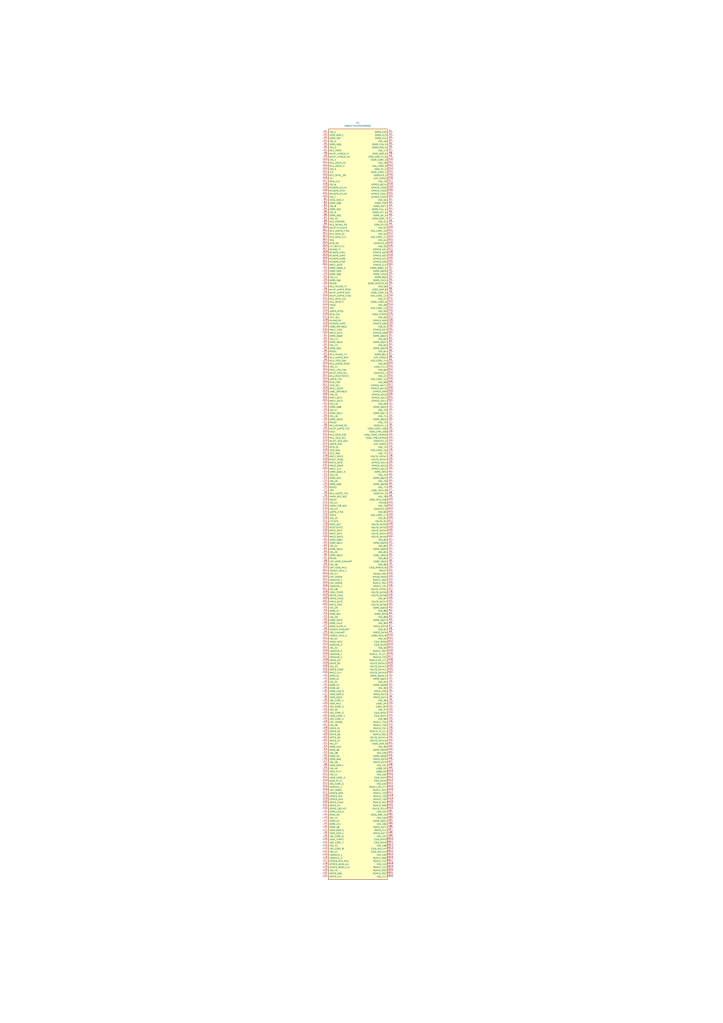
<source format=kicad_sch>
(kicad_sch (version 20230121) (generator eeschema)
  (paper "A1" portrait)
  (lib_symbols
    (symbol "AM62A74AUMSIAMBRQ1:AM62A74AUMSIAMBRQ1"
      (property "Reference" "IC" (at 54.61 7.62 0))
      (property "Value" "AM62A74AUMSIAMBRQ1" (at 54.61 5.08 0))
      (symbol "AM62A74AUMSIAMBRQ1_1_1"
        (rectangle (start 5.08 2.54) (end 53.34 -614.68) (stroke (width 0.254)) (fill (type background)))
        (pin passive line (at 0 0 0) (length 5.08) (name "VSS_1") (number "A1"))
        (pin passive line (at 0 -22.86 0) (length 5.08) (name "VSS_4") (number "A10"))
        (pin passive line (at 0 -25.4 0) (length 5.08) (name "MCU_OSC0_XO") (number "A11"))
        (pin passive line (at 0 -27.94 0) (length 5.08) (name "MCU_OSC0_XI") (number "A12"))
        (pin passive line (at 0 -30.48 0) (length 5.08) (name "VSS_5") (number "A13"))
        (pin passive line (at 0 -33.02 0) (length 5.08) (name "TCK") (number "A14"))
        (pin passive line (at 0 -35.56 0) (length 5.08) (name "MCU_SPI0__D0") (number "A15"))
        (pin passive line (at 0 -38.1 0) (length 5.08) (name "TDI") (number "A16"))
        (pin passive line (at 0 -40.64 0) (length 5.08) (name "SPI0_CLK") (number "A17"))
        (pin passive line (at 0 -43.18 0) (length 5.08) (name "VSS_6") (number "A18"))
        (pin passive line (at 0 -45.72 0) (length 5.08) (name "MCASP0_ACLKX") (number "A19"))
        (pin passive line (at 0 -2.54 0) (length 5.08) (name "VDDS_DDR_1") (number "A2"))
        (pin passive line (at 0 -48.26 0) (length 5.08) (name "MCASP0_AFSX") (number "A20"))
        (pin passive line (at 0 -50.8 0) (length 5.08) (name "MCASP0_ACLKR") (number "A21"))
        (pin passive line (at 0 -53.34 0) (length 5.08) (name "VSS_7") (number "A22"))
        (pin passive line (at 0 -5.08 0) (length 5.08) (name "DDR0_DQ7") (number "A3"))
        (pin passive line (at 0 -7.62 0) (length 5.08) (name "VSS_2") (number "A4"))
        (pin passive line (at 0 -10.16 0) (length 5.08) (name "DDR0_DQ0") (number "A5"))
        (pin passive line (at 0 -12.7 0) (length 5.08) (name "VSS_3") (number "A6"))
        (pin passive line (at 0 -15.24 0) (length 5.08) (name "MCU_PORZ") (number "A7"))
        (pin passive line (at 0 -17.78 0) (length 5.08) (name "WKUP_LFOSC0_XI") (number "A8"))
        (pin passive line (at 0 -20.32 0) (length 5.08) (name "WKUP_LFOSC0_XO") (number "A9"))
        (pin passive line (at 58.42 -502.92 180) (length 5.08) (name "VDDS_DDR_9") (number "AA1"))
        (pin passive line (at 58.42 -525.78 180) (length 5.08) (name "USB0_DM") (number "AA10"))
        (pin passive line (at 58.42 -528.32 180) (length 5.08) (name "VSS_102") (number "AA11"))
        (pin passive line (at 58.42 -530.86 180) (length 5.08) (name "CSI0_RXP2") (number "AA12"))
        (pin passive line (at 58.42 -533.4 180) (length 5.08) (name "CSI0_RXN2") (number "AA13"))
        (pin passive line (at 58.42 -535.94 180) (length 5.08) (name "VSS_103") (number "AA14"))
        (pin passive line (at 58.42 -538.48 180) (length 5.08) (name "RGMII1_RX_CTL") (number "AA15"))
        (pin passive line (at 58.42 -541.02 180) (length 5.08) (name "RGMII1_RXC") (number "AA16"))
        (pin passive line (at 58.42 -543.56 180) (length 5.08) (name "RGMII1_TD3") (number "AA17"))
        (pin passive line (at 58.42 -546.1 180) (length 5.08) (name "RGMII2_TD2") (number "AA18"))
        (pin passive line (at 58.42 -548.64 180) (length 5.08) (name "RGMII2_TD0") (number "AA19"))
        (pin passive line (at 58.42 -505.46 180) (length 5.08) (name "VSS_99") (number "AA2"))
        (pin passive line (at 58.42 -551.18 180) (length 5.08) (name "RGMII2_RXC") (number "AA20"))
        (pin passive line (at 58.42 -553.72 180) (length 5.08) (name "RGMII2_RD0") (number "AA21"))
        (pin passive line (at 58.42 -556.26 180) (length 5.08) (name "VOUT0_PCLK") (number "AA22"))
        (pin passive line (at 58.42 -508 180) (length 5.08) (name "DDR0_DQ29") (number "AA3"))
        (pin passive line (at 58.42 -510.54 180) (length 5.08) (name "VSS_100") (number "AA4"))
        (pin passive line (at 58.42 -513.08 180) (length 5.08) (name "DDR0_DQ30") (number "AA5"))
        (pin passive line (at 58.42 -515.62 180) (length 5.08) (name "MMC0_DAT0") (number "AA6"))
        (pin passive line (at 58.42 -518.16 180) (length 5.08) (name "MMC0_DAT3") (number "AA7"))
        (pin passive line (at 58.42 -520.7 180) (length 5.08) (name "VSS_101") (number "AA8"))
        (pin passive line (at 58.42 -523.24 180) (length 5.08) (name "USB0_DP") (number "AA9"))
        (pin passive line (at 58.42 -558.8 180) (length 5.08) (name "VSS_104") (number "AB1"))
        (pin passive line (at 58.42 -581.66 180) (length 5.08) (name "CSI0_RXP3") (number "AB10"))
        (pin passive line (at 58.42 -584.2 180) (length 5.08) (name "CSI0_RXN3") (number "AB11"))
        (pin passive line (at 58.42 -586.74 180) (length 5.08) (name "VSS_108") (number "AB12"))
        (pin passive line (at 58.42 -589.28 180) (length 5.08) (name "CSI0_RXCLKP") (number "AB13"))
        (pin passive line (at 58.42 -591.82 180) (length 5.08) (name "CSI0_RXCLKN") (number "AB14"))
        (pin passive line (at 58.42 -594.36 180) (length 5.08) (name "VSS_109") (number "AB15"))
        (pin passive line (at 58.42 -596.9 180) (length 5.08) (name "RGMII1_RD0") (number "AB16"))
        (pin passive line (at 58.42 -599.44 180) (length 5.08) (name "RGMII1_TXC") (number "AB17"))
        (pin passive line (at 58.42 -601.98 180) (length 5.08) (name "VSS_110") (number "AB18"))
        (pin passive line (at 58.42 -604.52 180) (length 5.08) (name "RGMII2_TXC") (number "AB19"))
        (pin passive line (at 58.42 -561.34 180) (length 5.08) (name "VDDS_DDR_10") (number "AB2"))
        (pin passive line (at 58.42 -607.06 180) (length 5.08) (name "RGMII2_RD3") (number "AB20"))
        (pin passive line (at 58.42 -609.6 180) (length 5.08) (name "RGMII2_RD2") (number "AB21"))
        (pin passive line (at 58.42 -612.14 180) (length 5.08) (name "VSS_111") (number "AB22"))
        (pin passive line (at 58.42 -563.88 180) (length 5.08) (name "VSS_105") (number "AB3"))
        (pin passive line (at 58.42 -566.42 180) (length 5.08) (name "DDR0_DQ31") (number "AB4"))
        (pin passive line (at 58.42 -568.96 180) (length 5.08) (name "VSS_106") (number "AB5"))
        (pin passive line (at 58.42 -571.5 180) (length 5.08) (name "MMC0_DAT1") (number "AB6"))
        (pin passive line (at 58.42 -574.04 180) (length 5.08) (name "MMC0_CLK") (number "AB7"))
        (pin passive line (at 58.42 -576.58 180) (length 5.08) (name "MMC0_DAT7") (number "AB8"))
        (pin passive line (at 58.42 -579.12 180) (length 5.08) (name "VSS_107") (number "AB9"))
        (pin passive line (at 0 -55.88 0) (length 5.08) (name "VDDS_DDR_2") (number "B1"))
        (pin passive line (at 0 -78.74 0) (length 5.08) (name "WKUP_CLKOUT0") (number "B10"))
        (pin passive line (at 0 -81.28 0) (length 5.08) (name "MCU_UART0_CTSN") (number "B11"))
        (pin passive line (at 0 -83.82 0) (length 5.08) (name "MCU_SPI0_D1") (number "B12"))
        (pin passive line (at 0 -86.36 0) (length 5.08) (name "MCU_SPI0_CLK") (number "B13"))
        (pin passive line (at 0 -88.9 0) (length 5.08) (name "TMS") (number "B14"))
        (pin passive line (at 0 -91.44 0) (length 5.08) (name "SPI0_D0") (number "B15"))
        (pin passive line (at 0 -93.98 0) (length 5.08) (name "EXT_REFCLK1") (number "B16"))
        (pin passive line (at 0 -96.52 0) (length 5.08) (name "MCAN0_TX") (number "B17"))
        (pin passive line (at 0 -99.06 0) (length 5.08) (name "MCASP0_AXR1") (number "B18"))
        (pin passive line (at 0 -101.6 0) (length 5.08) (name "MCASP0_AXR2") (number "B19"))
        (pin passive line (at 0 -58.42 0) (length 5.08) (name "DDR0_DQ6") (number "B2"))
        (pin passive line (at 0 -104.14 0) (length 5.08) (name "MCASP0_AXR0") (number "B20"))
        (pin passive line (at 0 -106.68 0) (length 5.08) (name "MCASP0_AFSR") (number "B21"))
        (pin passive line (at 0 -109.22 0) (length 5.08) (name "MMC1_DAT0") (number "B22"))
        (pin passive line (at 0 -60.96 0) (length 5.08) (name "VSS_8") (number "B3"))
        (pin passive line (at 0 -63.5 0) (length 5.08) (name "DDR0_DQ1") (number "B4"))
        (pin passive line (at 0 -66.04 0) (length 5.08) (name "VSS_9") (number "B5"))
        (pin passive line (at 0 -68.58 0) (length 5.08) (name "DDR0_DQ2") (number "B6"))
        (pin passive line (at 0 -71.12 0) (length 5.08) (name "VSS_10") (number "B7"))
        (pin passive line (at 0 -73.66 0) (length 5.08) (name "MCU_ERRORN") (number "B8"))
        (pin passive line (at 0 -76.2 0) (length 5.08) (name "MCU_MCAN1_RX") (number "B9"))
        (pin passive line (at 0 -111.76 0) (length 5.08) (name "DDR0_DQS0_N") (number "C1"))
        (pin passive line (at 0 -134.62 0) (length 5.08) (name "WKUP_UART0_CTSN") (number "C10"))
        (pin passive line (at 0 -137.16 0) (length 5.08) (name "MCU_SPI0_CS1") (number "C11"))
        (pin passive line (at 0 -139.7 0) (length 5.08) (name "MCU_RESETZ") (number "C12"))
        (pin passive line (at 0 -142.24 0) (length 5.08) (name "EMU0") (number "C13"))
        (pin passive line (at 0 -144.78 0) (length 5.08) (name "TDO") (number "C14"))
        (pin passive line (at 0 -147.32 0) (length 5.08) (name "UART0_RTSN") (number "C15"))
        (pin passive line (at 0 -149.86 0) (length 5.08) (name "SPI0_CS1") (number "C16"))
        (pin passive line (at 0 -152.4 0) (length 5.08) (name "I2C1_SCL") (number "C17"))
        (pin passive line (at 0 -154.94 0) (length 5.08) (name "MCAN0_RX") (number "C18"))
        (pin passive line (at 0 -157.48 0) (length 5.08) (name "MCASP0_AXR3") (number "C19"))
        (pin passive line (at 0 -114.3 0) (length 5.08) (name "DDR0_DM0") (number "C2"))
        (pin passive line (at 0 -160.02 0) (length 5.08) (name "USB0_DRVVBUS") (number "C20"))
        (pin passive line (at 0 -162.56 0) (length 5.08) (name "MMC1_CMD") (number "C21"))
        (pin passive line (at 0 -165.1 0) (length 5.08) (name "MMC1_DAT2") (number "C22"))
        (pin passive line (at 0 -116.84 0) (length 5.08) (name "DDR0_DQ5") (number "C3"))
        (pin passive line (at 0 -119.38 0) (length 5.08) (name "VSS_11") (number "C4"))
        (pin passive line (at 0 -121.92 0) (length 5.08) (name "DDR0_DQ4") (number "C5"))
        (pin passive line (at 0 -124.46 0) (length 5.08) (name "RSVD0") (number "C6"))
        (pin passive line (at 0 -127 0) (length 5.08) (name "MCU_MCAN0_TX") (number "C7"))
        (pin passive line (at 0 -129.54 0) (length 5.08) (name "WKUP_UART0_RTSN") (number "C8"))
        (pin passive line (at 0 -132.08 0) (length 5.08) (name "WKUP_UART0_RXD") (number "C9"))
        (pin passive line (at 0 -167.64 0) (length 5.08) (name "DDR0_DQS0") (number "D1"))
        (pin passive line (at 0 -190.5 0) (length 5.08) (name "MCU_UART0_RTSN") (number "D10"))
        (pin passive line (at 0 -193.04 0) (length 5.08) (name "VSS_14") (number "D11"))
        (pin passive line (at 0 -195.58 0) (length 5.08) (name "PMIC_LPM_EN0") (number "D12"))
        (pin passive line (at 0 -198.12 0) (length 5.08) (name "WKUP_I2C0_SCL") (number "D13"))
        (pin passive line (at 0 -200.66 0) (length 5.08) (name "MCU_RESETSTATZ") (number "D14"))
        (pin passive line (at 0 -203.2 0) (length 5.08) (name "UART0_TXD") (number "D15"))
        (pin passive line (at 0 -205.74 0) (length 5.08) (name "SPI0_CS0") (number "D16"))
        (pin passive line (at 0 -208.28 0) (length 5.08) (name "I2C0_SCL") (number "D17"))
        (pin passive line (at 0 -210.82 0) (length 5.08) (name "MMC1_SDWP") (number "D18"))
        (pin passive line (at 0 -213.36 0) (length 5.08) (name "USB1_DRVVBUS") (number "D19"))
        (pin passive line (at 0 -170.18 0) (length 5.08) (name "VSS_12") (number "D2"))
        (pin passive line (at 0 -215.9 0) (length 5.08) (name "VSS_15") (number "D20"))
        (pin passive line (at 0 -218.44 0) (length 5.08) (name "MMC1_DAT1") (number "D21"))
        (pin passive line (at 0 -220.98 0) (length 5.08) (name "MMC1_DAT3") (number "D22"))
        (pin passive line (at 0 -172.72 0) (length 5.08) (name "DDR0_DQ15") (number "D3"))
        (pin passive line (at 0 -175.26 0) (length 5.08) (name "VSS_13") (number "D4"))
        (pin passive line (at 0 -177.8 0) (length 5.08) (name "DDR0_DQ3") (number "D5"))
        (pin passive line (at 0 -180.34 0) (length 5.08) (name "RSVD1") (number "D6"))
        (pin passive line (at 0 -182.88 0) (length 5.08) (name "MCU_MCAN1_TX") (number "D7"))
        (pin passive line (at 0 -185.42 0) (length 5.08) (name "MCU_UART0_RXD") (number "D8"))
        (pin passive line (at 0 -187.96 0) (length 5.08) (name "MCU_I2C0_SDA") (number "D9"))
        (pin passive line (at 0 -223.52 0) (length 5.08) (name "VSS_16") (number "E1"))
        (pin passive line (at 0 -246.38 0) (length 5.08) (name "EMU1") (number "E10"))
        (pin passive line (at 0 -248.92 0) (length 5.08) (name "MCU_SPI0_CS0") (number "E11"))
        (pin passive line (at 0 -251.46 0) (length 5.08) (name "MCU_I2C0_SCL") (number "E12"))
        (pin passive line (at 0 -254 0) (length 5.08) (name "WKUP_I2C0_SDA") (number "E13"))
        (pin passive line (at 0 -256.54 0) (length 5.08) (name "UART0_RXD") (number "E14"))
        (pin passive line (at 0 -259.08 0) (length 5.08) (name "SPI0_D1") (number "E15"))
        (pin passive line (at 0 -261.62 0) (length 5.08) (name "I2C0_SDA") (number "E16"))
        (pin passive line (at 0 -264.16 0) (length 5.08) (name "I2C1_SDA") (number "E17"))
        (pin passive line (at 0 -266.7 0) (length 5.08) (name "MMC1_SDCD") (number "E18"))
        (pin passive line (at 0 -269.24 0) (length 5.08) (name "RESET_REQZ") (number "E19"))
        (pin passive line (at 0 -226.06 0) (length 5.08) (name "DDR0_DQ8") (number "E2"))
        (pin passive line (at 0 -271.78 0) (length 5.08) (name "MMC2_DAT0") (number "E20"))
        (pin passive line (at 0 -274.32 0) (length 5.08) (name "MMC2_SDWP") (number "E21"))
        (pin passive line (at 0 -276.86 0) (length 5.08) (name "MMC1_CLK") (number "E22"))
        (pin passive line (at 0 -228.6 0) (length 5.08) (name "VSS_17") (number "E3"))
        (pin passive line (at 0 -231.14 0) (length 5.08) (name "DDR0_DQ14") (number "E4"))
        (pin passive line (at 0 -233.68 0) (length 5.08) (name "VSS_18") (number "E5"))
        (pin passive line (at 0 -236.22 0) (length 5.08) (name "DDR0_DQ10") (number "E6"))
        (pin passive line (at 0 -238.76 0) (length 5.08) (name "RSVD2") (number "E7"))
        (pin passive line (at 0 -241.3 0) (length 5.08) (name "MCU_MCAN0_RX") (number "E8"))
        (pin passive line (at 0 -243.84 0) (length 5.08) (name "WKUP_UART0_TXD") (number "E9"))
        (pin passive line (at 0 -279.4 0) (length 5.08) (name "DDR0_DQS1_N") (number "F1"))
        (pin passive line (at 0 -302.26 0) (length 5.08) (name "RSVD4") (number "F10"))
        (pin passive line (at 0 -304.8 0) (length 5.08) (name "VSS_21") (number "F11"))
        (pin passive line (at 0 -307.34 0) (length 5.08) (name "VMON_1P8_SOC") (number "F12"))
        (pin passive line (at 0 -309.88 0) (length 5.08) (name "VSS_22") (number "F13"))
        (pin passive line (at 0 -312.42 0) (length 5.08) (name "UART0_CTSN") (number "F14"))
        (pin passive line (at 0 -314.96 0) (length 5.08) (name "TRSTN") (number "F15"))
        (pin passive line (at 0 -317.5 0) (length 5.08) (name "VSS_23") (number "F16"))
        (pin passive line (at 0 -320.04 0) (length 5.08) (name "EXTINTN") (number "F17"))
        (pin passive line (at 0 -322.58 0) (length 5.08) (name "PORZ_OUT") (number "F18"))
        (pin passive line (at 0 -325.12 0) (length 5.08) (name "RESETSTATZ") (number "F19"))
        (pin passive line (at 0 -281.94 0) (length 5.08) (name "VSS_19") (number "F2"))
        (pin passive line (at 0 -327.66 0) (length 5.08) (name "MMC2_DAT2") (number "F20"))
        (pin passive line (at 0 -330.2 0) (length 5.08) (name "MMC2_DAT1") (number "F21"))
        (pin passive line (at 0 -332.74 0) (length 5.08) (name "MMC2_SDCD") (number "F22"))
        (pin passive line (at 0 -284.48 0) (length 5.08) (name "DDR0_DM1") (number "F3"))
        (pin passive line (at 0 -287.02 0) (length 5.08) (name "VSS_20") (number "F4"))
        (pin passive line (at 0 -289.56 0) (length 5.08) (name "DDR0_DQ9") (number "F5"))
        (pin passive line (at 0 -292.1 0) (length 5.08) (name "RSVD3") (number "F6"))
        (pin passive line (at 0 -294.64 0) (length 5.08) (name "VPP") (number "F7"))
        (pin passive line (at 0 -297.18 0) (length 5.08) (name "MCU_UART0_TXD") (number "F8"))
        (pin passive line (at 0 -299.72 0) (length 5.08) (name "VMON_3P3_SOC") (number "F9"))
        (pin passive line (at 0 -335.28 0) (length 5.08) (name "DDR0_DQS1") (number "G1"))
        (pin passive line (at 0 -358.14 0) (length 5.08) (name "CAP_VDDS_MCU") (number "G10"))
        (pin passive line (at 0 -360.68 0) (length 5.08) (name "VDDSHV_MCU_1") (number "G11"))
        (pin passive line (at 0 -363.22 0) (length 5.08) (name "VSS_27") (number "G12"))
        (pin passive line (at 0 -365.76 0) (length 5.08) (name "CAP_VDDS0") (number "G13"))
        (pin passive line (at 0 -368.3 0) (length 5.08) (name "VDDSHV0_1") (number "G14"))
        (pin passive line (at 0 -370.84 0) (length 5.08) (name "CAP_VDDS5") (number "G15"))
        (pin passive line (at 0 -373.38 0) (length 5.08) (name "VDDSHV5_1") (number "G16"))
        (pin passive line (at 0 -375.92 0) (length 5.08) (name "VSS_28") (number "G17"))
        (pin passive line (at 0 -378.46 0) (length 5.08) (name "VDDA_TEMP1") (number "G18"))
        (pin passive line (at 0 -381 0) (length 5.08) (name "OSPI0_CSN1") (number "G19"))
        (pin passive line (at 0 -337.82 0) (length 5.08) (name "DDR0_DQ11") (number "G2"))
        (pin passive line (at 0 -383.54 0) (length 5.08) (name "OSPI0_CSN3") (number "G20"))
        (pin passive line (at 0 -386.08 0) (length 5.08) (name "MMC2_DAT3") (number "G21"))
        (pin passive line (at 0 -388.62 0) (length 5.08) (name "MMC2_CMD") (number "G22"))
        (pin passive line (at 0 -340.36 0) (length 5.08) (name "VSS_24") (number "G3"))
        (pin passive line (at 0 -342.9 0) (length 5.08) (name "DDR0_DQ13") (number "G4"))
        (pin passive line (at 0 -345.44 0) (length 5.08) (name "VSS_25") (number "G5"))
        (pin passive line (at 0 -347.98 0) (length 5.08) (name "DDR0_DQ12") (number "G6"))
        (pin passive line (at 0 -350.52 0) (length 5.08) (name "RSVD5") (number "G7"))
        (pin passive line (at 0 -353.06 0) (length 5.08) (name "CAP_VDDS_CANUART") (number "G8"))
        (pin passive line (at 0 -355.6 0) (length 5.08) (name "VSS_26") (number "G9"))
        (pin passive line (at 0 -391.16 0) (length 5.08) (name "VSS_29") (number "H1"))
        (pin passive line (at 0 -414.02 0) (length 5.08) (name "VDDSHV_MCU_2") (number "H10"))
        (pin passive line (at 0 -416.56 0) (length 5.08) (name "VSS_31") (number "H11"))
        (pin passive line (at 0 -419.1 0) (length 5.08) (name "VMON_VSYS") (number "H12"))
        (pin passive line (at 0 -421.64 0) (length 5.08) (name "VDDSHV0_2") (number "H13"))
        (pin passive line (at 0 -424.18 0) (length 5.08) (name "VSS_32") (number "H14"))
        (pin passive line (at 0 -426.72 0) (length 5.08) (name "VDDSHV5_2") (number "H15"))
        (pin passive line (at 0 -429.26 0) (length 5.08) (name "VDDSHV6_1") (number "H16"))
        (pin passive line (at 0 -431.8 0) (length 5.08) (name "VDDSHV6_2") (number "H17"))
        (pin passive line (at 0 -434.34 0) (length 5.08) (name "OSPI0_D3") (number "H18"))
        (pin passive line (at 0 -436.88 0) (length 5.08) (name "OSPI0_D5") (number "H19"))
        (pin passive line (at 0 -393.7 0) (length 5.08) (name "DDR0_A7") (number "H2"))
        (pin passive line (at 0 -439.42 0) (length 5.08) (name "VSS_33") (number "H20"))
        (pin passive line (at 0 -441.96 0) (length 5.08) (name "OSPI0_CSN0") (number "H21"))
        (pin passive line (at 0 -444.5 0) (length 5.08) (name "MMC2_CLK") (number "H22"))
        (pin passive line (at 0 -396.24 0) (length 5.08) (name "DDR0_BA1") (number "H3"))
        (pin passive line (at 0 -398.78 0) (length 5.08) (name "VSS_30") (number "H4"))
        (pin passive line (at 0 -401.32 0) (length 5.08) (name "DDR0_ODT0") (number "H5"))
        (pin passive line (at 0 -403.86 0) (length 5.08) (name "DDR0_CAL0") (number "H6"))
        (pin passive line (at 0 -406.4 0) (length 5.08) (name "DDR0_ALERT_N") (number "H7"))
        (pin passive line (at 0 -408.94 0) (length 5.08) (name "VDDSHV_CANUART") (number "H8"))
        (pin passive line (at 0 -411.48 0) (length 5.08) (name "VDD_CANUART") (number "H9"))
        (pin passive line (at 0 -447.04 0) (length 5.08) (name "DDR0_A4") (number "J1"))
        (pin passive line (at 0 -469.9 0) (length 5.08) (name "VDDA_MCU") (number "J10"))
        (pin passive line (at 0 -472.44 0) (length 5.08) (name "VDD_CORE_2") (number "J11"))
        (pin passive line (at 0 -474.98 0) (length 5.08) (name "VSS_35") (number "J12"))
        (pin passive line (at 0 -477.52 0) (length 5.08) (name "VDD_CORE_3") (number "J13"))
        (pin passive line (at 0 -480.06 0) (length 5.08) (name "VDDR_CORE_1") (number "J14"))
        (pin passive line (at 0 -482.6 0) (length 5.08) (name "VDD_CORE_4") (number "J15"))
        (pin passive line (at 0 -485.14 0) (length 5.08) (name "CAP_VDDS6") (number "J16"))
        (pin passive line (at 0 -487.68 0) (length 5.08) (name "VSS_36") (number "J17"))
        (pin passive line (at 0 -490.22 0) (length 5.08) (name "OSPI0_D1") (number "J18"))
        (pin passive line (at 0 -492.76 0) (length 5.08) (name "OSPI0_D2") (number "J19"))
        (pin passive line (at 0 -449.58 0) (length 5.08) (name "DDR0_A1") (number "J2"))
        (pin passive line (at 0 -495.3 0) (length 5.08) (name "OSPI0_D6") (number "J20"))
        (pin passive line (at 0 -497.84 0) (length 5.08) (name "OSPI0_D0") (number "J21"))
        (pin passive line (at 0 -500.38 0) (length 5.08) (name "OSPI0_D7") (number "J22"))
        (pin passive line (at 0 -452.12 0) (length 5.08) (name "VSS_34") (number "J3"))
        (pin passive line (at 0 -454.66 0) (length 5.08) (name "DDR0_A2") (number "J4"))
        (pin passive line (at 0 -457.2 0) (length 5.08) (name "DDR0_A0") (number "J5"))
        (pin passive line (at 0 -459.74 0) (length 5.08) (name "DDR0_CS0_N") (number "J6"))
        (pin passive line (at 0 -462.28 0) (length 5.08) (name "VDDS_DDR_3") (number "J7"))
        (pin passive line (at 0 -464.82 0) (length 5.08) (name "VDDS_OSC0") (number "J8"))
        (pin passive line (at 0 -467.36 0) (length 5.08) (name "VDD_CORE_1") (number "J9"))
        (pin passive line (at 0 -502.92 0) (length 5.08) (name "VSS_37") (number "K1"))
        (pin passive line (at 0 -525.78 0) (length 5.08) (name "VDDA_PLL4") (number "K10"))
        (pin passive line (at 0 -528.32 0) (length 5.08) (name "VSS_41") (number "K11"))
        (pin passive line (at 0 -530.86 0) (length 5.08) (name "VDDR_CORE_2") (number "K12"))
        (pin passive line (at 0 -533.4 0) (length 5.08) (name "VDDA_PLL3") (number "K13"))
        (pin passive line (at 0 -535.94 0) (length 5.08) (name "VDD_CORE_5") (number "K14"))
        (pin passive line (at 0 -538.48 0) (length 5.08) (name "VDDSHV1_1") (number "K15"))
        (pin passive line (at 0 -541.02 0) (length 5.08) (name "CAP_VDDS1") (number "K16"))
        (pin passive line (at 0 -543.56 0) (length 5.08) (name "GPMC0_WPN") (number "K17"))
        (pin passive line (at 0 -546.1 0) (length 5.08) (name "GPMC0_DIR") (number "K18"))
        (pin passive line (at 0 -548.64 0) (length 5.08) (name "GPMC0_WEN") (number "K19"))
        (pin passive line (at 0 -505.46 0) (length 5.08) (name "DDR0_A10") (number "K2"))
        (pin passive line (at 0 -551.18 0) (length 5.08) (name "OSPI0_CSN2") (number "K20"))
        (pin passive line (at 0 -553.72 0) (length 5.08) (name "OSPI0_D4") (number "K21"))
        (pin passive line (at 0 -556.26 0) (length 5.08) (name "OSPI0_LBCLKO") (number "K22"))
        (pin passive line (at 0 -508 0) (length 5.08) (name "DDR0_A6") (number "K3"))
        (pin passive line (at 0 -510.54 0) (length 5.08) (name "VSS_38") (number "K4"))
        (pin passive line (at 0 -513.08 0) (length 5.08) (name "DDR0_A5") (number "K5"))
        (pin passive line (at 0 -515.62 0) (length 5.08) (name "DDR0_BA0") (number "K6"))
        (pin passive line (at 0 -518.16 0) (length 5.08) (name "VSS_39") (number "K7"))
        (pin passive line (at 0 -520.7 0) (length 5.08) (name "VDDS_DDR_4") (number "K8"))
        (pin passive line (at 0 -523.24 0) (length 5.08) (name "VSS_40") (number "K9"))
        (pin passive line (at 0 -558.8 0) (length 5.08) (name "DDR0_CK0_N") (number "L1"))
        (pin passive line (at 0 -581.66 0) (length 5.08) (name "VDDA_TEMP2") (number "L10"))
        (pin passive line (at 0 -584.2 0) (length 5.08) (name "VDD_CORE_7") (number "L11"))
        (pin passive line (at 0 -586.74 0) (length 5.08) (name "VSS_43") (number "L12"))
        (pin passive line (at 0 -589.28 0) (length 5.08) (name "VDD_CORE_8") (number "L13"))
        (pin passive line (at 0 -591.82 0) (length 5.08) (name "VSS_44") (number "L14"))
        (pin passive line (at 0 -594.36 0) (length 5.08) (name "VDDSHV3_1") (number "L15"))
        (pin passive line (at 0 -596.9 0) (length 5.08) (name "VDDSHV1_2") (number "L16"))
        (pin passive line (at 0 -599.44 0) (length 5.08) (name "GPMC0_OEN_REN") (number "L17"))
        (pin passive line (at 0 -601.98 0) (length 5.08) (name "GPMC0_ADVN_ALE") (number "L18"))
        (pin passive line (at 0 -604.52 0) (length 5.08) (name "GPMC0_BE0N_CLE") (number "L19"))
        (pin passive line (at 0 -561.34 0) (length 5.08) (name "DDR0_A9") (number "L2"))
        (pin passive line (at 0 -607.06 0) (length 5.08) (name "VSS_45") (number "L20"))
        (pin passive line (at 0 -609.6 0) (length 5.08) (name "OSPI0_DQS") (number "L21"))
        (pin passive line (at 0 -612.14 0) (length 5.08) (name "OSPI0_CLK") (number "L22"))
        (pin passive line (at 0 -563.88 0) (length 5.08) (name "VSS_42") (number "L3"))
        (pin passive line (at 0 -566.42 0) (length 5.08) (name "DDR0_A3") (number "L4"))
        (pin passive line (at 0 -568.96 0) (length 5.08) (name "DDR0_A11") (number "L5"))
        (pin passive line (at 0 -571.5 0) (length 5.08) (name "DDR0_A8") (number "L6"))
        (pin passive line (at 0 -574.04 0) (length 5.08) (name "VDDS_DDR_5") (number "L7"))
        (pin passive line (at 0 -576.58 0) (length 5.08) (name "VDDS_DDR_C") (number "L8"))
        (pin passive line (at 0 -579.12 0) (length 5.08) (name "VDD_CORE_6") (number "L9"))
        (pin passive line (at 58.42 0 180) (length 5.08) (name "DDR0_CK0") (number "M1"))
        (pin passive line (at 58.42 -22.86 180) (length 5.08) (name "VDDR_CORE_3") (number "M10"))
        (pin passive line (at 58.42 -25.4 180) (length 5.08) (name "VSS_48") (number "M11"))
        (pin passive line (at 58.42 -27.94 180) (length 5.08) (name "VDD_CORE_9") (number "M12"))
        (pin passive line (at 58.42 -30.48 180) (length 5.08) (name "VDDA_PLL2") (number "M13"))
        (pin passive line (at 58.42 -33.02 180) (length 5.08) (name "VDDR_CORE_4") (number "M14"))
        (pin passive line (at 58.42 -35.56 180) (length 5.08) (name "VDDSHV3_2") (number "M15"))
        (pin passive line (at 58.42 -38.1 180) (length 5.08) (name "CAP_VDDS3") (number "M16"))
        (pin passive line (at 58.42 -40.64 180) (length 5.08) (name "VSS_49") (number "M17"))
        (pin passive line (at 58.42 -43.18 180) (length 5.08) (name "GPMC0_BE1N") (number "M18"))
        (pin passive line (at 58.42 -45.72 180) (length 5.08) (name "GPMC0_CSN0") (number "M19"))
        (pin passive line (at 58.42 -2.54 180) (length 5.08) (name "DDR0_A13") (number "M2"))
        (pin passive line (at 58.42 -48.26 180) (length 5.08) (name "GPMC0_CSN3") (number "M20"))
        (pin passive line (at 58.42 -50.8 180) (length 5.08) (name "GPMC0_CSN1") (number "M21"))
        (pin passive line (at 58.42 -53.34 180) (length 5.08) (name "GPMC0_CSN2") (number "M22"))
        (pin passive line (at 58.42 -5.08 180) (length 5.08) (name "DDR0_A12") (number "M3"))
        (pin passive line (at 58.42 -7.62 180) (length 5.08) (name "VSS_46") (number "M4"))
        (pin passive line (at 58.42 -10.16 180) (length 5.08) (name "DDR0_CAS_N") (number "M5"))
        (pin passive line (at 58.42 -12.7 180) (length 5.08) (name "DDR0_RAS_N") (number "M6"))
        (pin passive line (at 58.42 -15.24 180) (length 5.08) (name "VSS_47") (number "M7"))
        (pin passive line (at 58.42 -17.78 180) (length 5.08) (name "VDDS_DDR_6") (number "M8"))
        (pin passive line (at 58.42 -20.32 180) (length 5.08) (name "VDDA_DDR_PLL0") (number "M9"))
        (pin passive line (at 58.42 -55.88 180) (length 5.08) (name "VSS_50") (number "N1"))
        (pin passive line (at 58.42 -78.74 180) (length 5.08) (name "VSS_52") (number "N10"))
        (pin passive line (at 58.42 -81.28 180) (length 5.08) (name "VDD_CORE_10") (number "N11"))
        (pin passive line (at 58.42 -83.82 180) (length 5.08) (name "VSS_53") (number "N12"))
        (pin passive line (at 58.42 -86.36 180) (length 5.08) (name "VDD_CORE_11") (number "N13"))
        (pin passive line (at 58.42 -88.9 180) (length 5.08) (name "VSS_54") (number "N14"))
        (pin passive line (at 58.42 -91.44 180) (length 5.08) (name "VDDSHV3_3") (number "N15"))
        (pin passive line (at 58.42 -93.98 180) (length 5.08) (name "VSS_55") (number "N16"))
        (pin passive line (at 58.42 -96.52 180) (length 5.08) (name "GPMC0_AD4") (number "N17"))
        (pin passive line (at 58.42 -99.06 180) (length 5.08) (name "GPMC0_AD3") (number "N18"))
        (pin passive line (at 58.42 -101.6 180) (length 5.08) (name "GPMC0_AD2") (number "N19"))
        (pin passive line (at 58.42 -58.42 180) (length 5.08) (name "DDR0_PAR") (number "N2"))
        (pin passive line (at 58.42 -104.14 180) (length 5.08) (name "GPMC0_AD1") (number "N20"))
        (pin passive line (at 58.42 -106.68 180) (length 5.08) (name "GPMC0_AD0") (number "N21"))
        (pin passive line (at 58.42 -109.22 180) (length 5.08) (name "GPMC0_CLK") (number "N22"))
        (pin passive line (at 58.42 -60.96 180) (length 5.08) (name "DDR0_ODT1") (number "N3"))
        (pin passive line (at 58.42 -63.5 180) (length 5.08) (name "DDR0_CS1_N") (number "N4"))
        (pin passive line (at 58.42 -66.04 180) (length 5.08) (name "DDR0_ACT_N") (number "N5"))
        (pin passive line (at 58.42 -68.58 180) (length 5.08) (name "DDR0_WE_N") (number "N6"))
        (pin passive line (at 58.42 -71.12 180) (length 5.08) (name "VDDS_DDR_7") (number "N7"))
        (pin passive line (at 58.42 -73.66 180) (length 5.08) (name "VSS_51") (number "N8"))
        (pin passive line (at 58.42 -76.2 180) (length 5.08) (name "VDDA_PLL0") (number "N9"))
        (pin passive line (at 58.42 -111.76 180) (length 5.08) (name "DDR0_DQS2_N") (number "P1"))
        (pin passive line (at 58.42 -134.62 180) (length 5.08) (name "VDD_CORE_12") (number "P10"))
        (pin passive line (at 58.42 -137.16 180) (length 5.08) (name "VSS_57") (number "P11"))
        (pin passive line (at 58.42 -139.7 180) (length 5.08) (name "VDDR_CORE_6") (number "P12"))
        (pin passive line (at 58.42 -142.24 180) (length 5.08) (name "VSS_58") (number "P13"))
        (pin passive line (at 58.42 -144.78 180) (length 5.08) (name "VDD_CORE_13") (number "P14"))
        (pin passive line (at 58.42 -147.32 180) (length 5.08) (name "VSS_59") (number "P15"))
        (pin passive line (at 58.42 -149.86 180) (length 5.08) (name "VDDA_TEMP0") (number "P16"))
        (pin passive line (at 58.42 -152.4 180) (length 5.08) (name "VSS_60") (number "P17"))
        (pin passive line (at 58.42 -154.94 180) (length 5.08) (name "GPMC0_AD5") (number "P18"))
        (pin passive line (at 58.42 -157.48 180) (length 5.08) (name "GPMC0_AD6") (number "P19"))
        (pin passive line (at 58.42 -114.3 180) (length 5.08) (name "DDR0_DQ20") (number "P2"))
        (pin passive line (at 58.42 -160.02 180) (length 5.08) (name "VSS_61") (number "P20"))
        (pin passive line (at 58.42 -162.56 180) (length 5.08) (name "GPMC0_AD7") (number "P21"))
        (pin passive line (at 58.42 -165.1 180) (length 5.08) (name "GPMC0_AD8") (number "P22"))
        (pin passive line (at 58.42 -116.84 180) (length 5.08) (name "DDR0_CKE0") (number "P3"))
        (pin passive line (at 58.42 -119.38 180) (length 5.08) (name "DDR0_BG0") (number "P4"))
        (pin passive line (at 58.42 -121.92 180) (length 5.08) (name "DDR0_CKE1") (number "P5"))
        (pin passive line (at 58.42 -124.46 180) (length 5.08) (name "DDR0_RESET0_N") (number "P6"))
        (pin passive line (at 58.42 -127 180) (length 5.08) (name "VSS_56") (number "P7"))
        (pin passive line (at 58.42 -129.54 180) (length 5.08) (name "VDDS_DDR_8") (number "P8"))
        (pin passive line (at 58.42 -132.08 180) (length 5.08) (name "VDDR_CORE_5") (number "P9"))
        (pin passive line (at 58.42 -167.64 180) (length 5.08) (name "DDR0_DQS2") (number "R1"))
        (pin passive line (at 58.42 -190.5 180) (length 5.08) (name "VSS_65") (number "R10"))
        (pin passive line (at 58.42 -193.04 180) (length 5.08) (name "VDDA_PLL1") (number "R11"))
        (pin passive line (at 58.42 -195.58 180) (length 5.08) (name "VSS_66") (number "R12"))
        (pin passive line (at 58.42 -198.12 180) (length 5.08) (name "VDDSHV2_1") (number "R13"))
        (pin passive line (at 58.42 -200.66 180) (length 5.08) (name "VSS_67") (number "R14"))
        (pin passive line (at 58.42 -203.2 180) (length 5.08) (name "VDD_CORE_15") (number "R15"))
        (pin passive line (at 58.42 -205.74 180) (length 5.08) (name "VSS_68") (number "R16"))
        (pin passive line (at 58.42 -208.28 180) (length 5.08) (name "GPMC0_WAIT1") (number "R17"))
        (pin passive line (at 58.42 -210.82 180) (length 5.08) (name "GPMC0_WAIT0") (number "R18"))
        (pin passive line (at 58.42 -213.36 180) (length 5.08) (name "GPMC0_AD9") (number "R19"))
        (pin passive line (at 58.42 -170.18 180) (length 5.08) (name "VSS_62") (number "R2"))
        (pin passive line (at 58.42 -215.9 180) (length 5.08) (name "GPMC0_AD10") (number "R20"))
        (pin passive line (at 58.42 -218.44 180) (length 5.08) (name "GPMC0_AD13") (number "R21"))
        (pin passive line (at 58.42 -220.98 180) (length 5.08) (name "GPMC0_AD11") (number "R22"))
        (pin passive line (at 58.42 -172.72 180) (length 5.08) (name "DDR0_DQ21") (number "R3"))
        (pin passive line (at 58.42 -175.26 180) (length 5.08) (name "VSS_63") (number "R4"))
        (pin passive line (at 58.42 -177.8 180) (length 5.08) (name "DDR0_DQ19") (number "R5"))
        (pin passive line (at 58.42 -180.34 180) (length 5.08) (name "VSS_64") (number "R6"))
        (pin passive line (at 58.42 -182.88 180) (length 5.08) (name "DDR0_BG1") (number "R7"))
        (pin passive line (at 58.42 -185.42 180) (length 5.08) (name "CAP_VDDS4") (number "R8"))
        (pin passive line (at 58.42 -187.96 180) (length 5.08) (name "VDD_CORE_14") (number "R9"))
        (pin passive line (at 58.42 -223.52 180) (length 5.08) (name "VSS_69") (number "T1"))
        (pin passive line (at 58.42 -246.38 180) (length 5.08) (name "VDDA_1P8_USB") (number "T10"))
        (pin passive line (at 58.42 -248.92 180) (length 5.08) (name "VDDA_CORE_CSIRX0") (number "T11"))
        (pin passive line (at 58.42 -251.46 180) (length 5.08) (name "VDDA_1P8_CSIRX0") (number "T12"))
        (pin passive line (at 58.42 -254 180) (length 5.08) (name "VDDSHV2_2") (number "T13"))
        (pin passive line (at 58.42 -256.54 180) (length 5.08) (name "CAP_VDDS2") (number "T14"))
        (pin passive line (at 58.42 -259.08 180) (length 5.08) (name "VSS_73") (number "T15"))
        (pin passive line (at 58.42 -261.62 180) (length 5.08) (name "VDD_CORE_16") (number "T16"))
        (pin passive line (at 58.42 -264.16 180) (length 5.08) (name "VSS_74") (number "T17"))
        (pin passive line (at 58.42 -266.7 180) (length 5.08) (name "VOUT0_HSYNC") (number "T18"))
        (pin passive line (at 58.42 -269.24 180) (length 5.08) (name "VOUT0_DATA4") (number "T19"))
        (pin passive line (at 58.42 -226.06 180) (length 5.08) (name "DDR0_DQ22") (number "T2"))
        (pin passive line (at 58.42 -271.78 180) (length 5.08) (name "GPMC0_AD14") (number "T20"))
        (pin passive line (at 58.42 -274.32 180) (length 5.08) (name "GPMC0_AD15") (number "T21"))
        (pin passive line (at 58.42 -276.86 180) (length 5.08) (name "GPMC0_AD12") (number "T22"))
        (pin passive line (at 58.42 -228.6 180) (length 5.08) (name "VSS_70") (number "T3"))
        (pin passive line (at 58.42 -231.14 180) (length 5.08) (name "DDR0_DQ17") (number "T4"))
        (pin passive line (at 58.42 -233.68 180) (length 5.08) (name "VSS_71") (number "T5"))
        (pin passive line (at 58.42 -236.22 180) (length 5.08) (name "DDR0_DQ16") (number "T6"))
        (pin passive line (at 58.42 -238.76 180) (length 5.08) (name "VSS_72") (number "T7"))
        (pin passive line (at 58.42 -241.3 180) (length 5.08) (name "VDDSHV4_1") (number "T8"))
        (pin passive line (at 58.42 -243.84 180) (length 5.08) (name "VDDA_CORE_USB") (number "T9"))
        (pin passive line (at 58.42 -279.4 180) (length 5.08) (name "DDR0_DM2") (number "U1"))
        (pin passive line (at 58.42 -302.26 180) (length 5.08) (name "VDDA_3P3_USB") (number "U10"))
        (pin passive line (at 58.42 -304.8 180) (length 5.08) (name "RSVD6") (number "U11"))
        (pin passive line (at 58.42 -307.34 180) (length 5.08) (name "VSS_79") (number "U12"))
        (pin passive line (at 58.42 -309.88 180) (length 5.08) (name "VDDSHV2_3") (number "U13"))
        (pin passive line (at 58.42 -312.42 180) (length 5.08) (name "VSS_80") (number "U14"))
        (pin passive line (at 58.42 -314.96 180) (length 5.08) (name "VDD_CORE_17") (number "U15"))
        (pin passive line (at 58.42 -317.5 180) (length 5.08) (name "VSS_81") (number "U16"))
        (pin passive line (at 58.42 -320.04 180) (length 5.08) (name "VOUT0_DE") (number "U17"))
        (pin passive line (at 58.42 -322.58 180) (length 5.08) (name "VOUT0_DATA5") (number "U18"))
        (pin passive line (at 58.42 -325.12 180) (length 5.08) (name "VOUT0_DATA3") (number "U19"))
        (pin passive line (at 58.42 -281.94 180) (length 5.08) (name "VSS_75") (number "U2"))
        (pin passive line (at 58.42 -327.66 180) (length 5.08) (name "VOUT0_DATA2") (number "U20"))
        (pin passive line (at 58.42 -330.2 180) (length 5.08) (name "VOUT0_DATA1") (number "U21"))
        (pin passive line (at 58.42 -332.74 180) (length 5.08) (name "VOUT0_DATA0") (number "U22"))
        (pin passive line (at 58.42 -284.48 180) (length 5.08) (name "DDR0_DQ23") (number "U3"))
        (pin passive line (at 58.42 -287.02 180) (length 5.08) (name "VSS_76") (number "U4"))
        (pin passive line (at 58.42 -289.56 180) (length 5.08) (name "DDR0_DQ18") (number "U5"))
        (pin passive line (at 58.42 -292.1 180) (length 5.08) (name "VSS_77") (number "U6"))
        (pin passive line (at 58.42 -294.64 180) (length 5.08) (name "USB1_RCALIB") (number "U7"))
        (pin passive line (at 58.42 -297.18 180) (length 5.08) (name "VDDSHV4_2") (number "U8"))
        (pin passive line (at 58.42 -299.72 180) (length 5.08) (name "VSS_78") (number "U9"))
        (pin passive line (at 58.42 -335.28 180) (length 5.08) (name "VSS_82") (number "V1"))
        (pin passive line (at 58.42 -358.14 180) (length 5.08) (name "CSI0_RXRCALIB") (number "V10"))
        (pin passive line (at 58.42 -360.68 180) (length 5.08) (name "RSVD7") (number "V11"))
        (pin passive line (at 58.42 -363.22 180) (length 5.08) (name "MDIO0_MDC") (number "V12"))
        (pin passive line (at 58.42 -365.76 180) (length 5.08) (name "MDIO0_MDIO") (number "V13"))
        (pin passive line (at 58.42 -368.3 180) (length 5.08) (name "RGMII1_RD3") (number "V14"))
        (pin passive line (at 58.42 -370.84 180) (length 5.08) (name "RGMII1_RD1") (number "V15"))
        (pin passive line (at 58.42 -373.38 180) (length 5.08) (name "RGMII1_TD1") (number "V16"))
        (pin passive line (at 58.42 -375.92 180) (length 5.08) (name "VOUT0_VSYNC") (number "V17"))
        (pin passive line (at 58.42 -378.46 180) (length 5.08) (name "VOUT0_DATA9") (number "V18"))
        (pin passive line (at 58.42 -381 180) (length 5.08) (name "VOUT0_DATA8") (number "V19"))
        (pin passive line (at 58.42 -337.82 180) (length 5.08) (name "DDR0_DQ25") (number "V2"))
        (pin passive line (at 58.42 -383.54 180) (length 5.08) (name "VSS_87") (number "V20"))
        (pin passive line (at 58.42 -386.08 180) (length 5.08) (name "VOUT0_DATA7") (number "V21"))
        (pin passive line (at 58.42 -388.62 180) (length 5.08) (name "VOUT0_DATA6") (number "V22"))
        (pin passive line (at 58.42 -340.36 180) (length 5.08) (name "VSS_83") (number "V3"))
        (pin passive line (at 58.42 -342.9 180) (length 5.08) (name "DDR0_DQ26") (number "V4"))
        (pin passive line (at 58.42 -345.44 180) (length 5.08) (name "VSS_84") (number "V5"))
        (pin passive line (at 58.42 -347.98 180) (length 5.08) (name "USB1_VBUS") (number "V6"))
        (pin passive line (at 58.42 -350.52 180) (length 5.08) (name "VSS_85") (number "V7"))
        (pin passive line (at 58.42 -353.06 180) (length 5.08) (name "USB0_VBUS") (number "V8"))
        (pin passive line (at 58.42 -355.6 180) (length 5.08) (name "VSS_86") (number "V9"))
        (pin passive line (at 58.42 -391.16 180) (length 5.08) (name "DDR0_DQS3") (number "W1"))
        (pin passive line (at 58.42 -414.02 180) (length 5.08) (name "USB0_RCALIB") (number "W10"))
        (pin passive line (at 58.42 -416.56 180) (length 5.08) (name "VSS_92") (number "W11"))
        (pin passive line (at 58.42 -419.1 180) (length 5.08) (name "CSI0_RXN0") (number "W12"))
        (pin passive line (at 58.42 -421.64 180) (length 5.08) (name "CSI0_RXP0") (number "W13"))
        (pin passive line (at 58.42 -424.18 180) (length 5.08) (name "VSS_93") (number "W14"))
        (pin passive line (at 58.42 -426.72 180) (length 5.08) (name "RGMII1_RD2") (number "W15"))
        (pin passive line (at 58.42 -429.26 180) (length 5.08) (name "RGMII1_TX_CTL") (number "W16"))
        (pin passive line (at 58.42 -431.8 180) (length 5.08) (name "RGMII2_TD3") (number "W17"))
        (pin passive line (at 58.42 -434.34 180) (length 5.08) (name "RGMII2_RX_CTL") (number "W18"))
        (pin passive line (at 58.42 -436.88 180) (length 5.08) (name "VOUT0_DATA13") (number "W19"))
        (pin passive line (at 58.42 -393.7 180) (length 5.08) (name "VSS_88") (number "W2"))
        (pin passive line (at 58.42 -439.42 180) (length 5.08) (name "VOUT0_DATA12") (number "W20"))
        (pin passive line (at 58.42 -441.96 180) (length 5.08) (name "VOUT0_DATA11") (number "W21"))
        (pin passive line (at 58.42 -444.5 180) (length 5.08) (name "VOUT0_DATA10") (number "W22"))
        (pin passive line (at 58.42 -396.24 180) (length 5.08) (name "DDR0_DM3") (number "W3"))
        (pin passive line (at 58.42 -398.78 180) (length 5.08) (name "VSS_89") (number "W4"))
        (pin passive line (at 58.42 -401.32 180) (length 5.08) (name "DDR0_DQ27") (number "W5"))
        (pin passive line (at 58.42 -403.86 180) (length 5.08) (name "VSS_90") (number "W6"))
        (pin passive line (at 58.42 -406.4 180) (length 5.08) (name "MMC0_DAT5") (number "W7"))
        (pin passive line (at 58.42 -408.94 180) (length 5.08) (name "VSS_91") (number "W8"))
        (pin passive line (at 58.42 -411.48 180) (length 5.08) (name "MMC0_DAT6") (number "W9"))
        (pin passive line (at 58.42 -447.04 180) (length 5.08) (name "DDR0_DQS3_N") (number "Y1"))
        (pin passive line (at 58.42 -469.9 180) (length 5.08) (name "USB1_DP") (number "Y10"))
        (pin passive line (at 58.42 -472.44 180) (length 5.08) (name "USB1_DM") (number "Y11"))
        (pin passive line (at 58.42 -474.98 180) (length 5.08) (name "VSS_97") (number "Y12"))
        (pin passive line (at 58.42 -477.52 180) (length 5.08) (name "CSI0_RXN1") (number "Y13"))
        (pin passive line (at 58.42 -480.06 180) (length 5.08) (name "CSI0_RXP1") (number "Y14"))
        (pin passive line (at 58.42 -482.6 180) (length 5.08) (name "VSS_98") (number "Y15"))
        (pin passive line (at 58.42 -485.14 180) (length 5.08) (name "RGMII1_TD2") (number "Y16"))
        (pin passive line (at 58.42 -487.68 180) (length 5.08) (name "RGMII1_TD0") (number "Y17"))
        (pin passive line (at 58.42 -490.22 180) (length 5.08) (name "RGMII2_TD1") (number "Y18"))
        (pin passive line (at 58.42 -492.76 180) (length 5.08) (name "RGMII2_TX_CTL") (number "Y19"))
        (pin passive line (at 58.42 -449.58 180) (length 5.08) (name "DDR0_DQ24") (number "Y2"))
        (pin passive line (at 58.42 -495.3 180) (length 5.08) (name "RGMII2_RD1") (number "Y20"))
        (pin passive line (at 58.42 -497.84 180) (length 5.08) (name "VOUT0_DATA14") (number "Y21"))
        (pin passive line (at 58.42 -500.38 180) (length 5.08) (name "VOUT0_DATA15") (number "Y22"))
        (pin passive line (at 58.42 -452.12 180) (length 5.08) (name "VSS_94") (number "Y3"))
        (pin passive line (at 58.42 -454.66 180) (length 5.08) (name "DDR0_DQ28") (number "Y4"))
        (pin passive line (at 58.42 -457.2 180) (length 5.08) (name "VSS_95") (number "Y5"))
        (pin passive line (at 58.42 -459.74 180) (length 5.08) (name "MMC0_CMD") (number "Y6"))
        (pin passive line (at 58.42 -462.28 180) (length 5.08) (name "MMC0_DAT2") (number "Y7"))
        (pin passive line (at 58.42 -464.82 180) (length 5.08) (name "MMC0_DAT4") (number "Y8"))
        (pin passive line (at 58.42 -467.36 180) (length 5.08) (name "VSS_96") (number "Y9"))
      )
    )
  )
  (symbol (lib_id "AM62A74AUMSIAMBRQ1:AM62A74AUMSIAMBRQ1") (at 264.795 108.585 0) (unit 1)
    (property "Reference" "IC1" (at 294.005 100.965 0))
    (property "Value" "AM62A74AUMSIAMBRQ1" (at 294.005 103.505 0))
    (property "Footprint" "BGA484C80P22X22_1800X1800X256" (effects hide))
    (property "Datasheet" "https://www.ti.com/lit/ds/symlink/am62a7.pdf?ts=1723451405675&ref_url=https%253A%252F%252Fwww.ti.com%252Fproduct%252FAM62A7%253Fbm-verify%253DAAQAAAAJ_____y87TTXgvf9n_s2SB6AOBeEWrgM5BXbA7KswiNiPG0i0U1O7LG5CcyfyvSknY3W5X3F_bIW9PR8Fm9OmqEsndvv2pg46E948kEcn7" (effects hide))
    (property "Height" "2.556" (effects hide))
    (property "Mouser Part Number" "595-62A74AUMSIAMBRQ1" (effects hide))
    (property "Mouser Price/Stock" "https://www.mouser.co.uk/ProductDetail/Texas-Instruments/AM62A74AUMSIAMBRQ1?qs=ulEaXIWI0c%252B67cs%2F0440QA%3D%3D" (effects hide))
    (property "Manufacturer_Name" "Texas Instruments" (effects hide))
    (property "Manufacturer_Part_Number" "AM62A74AUMSIAMBRQ1" (effects hide))
  )
)
</source>
